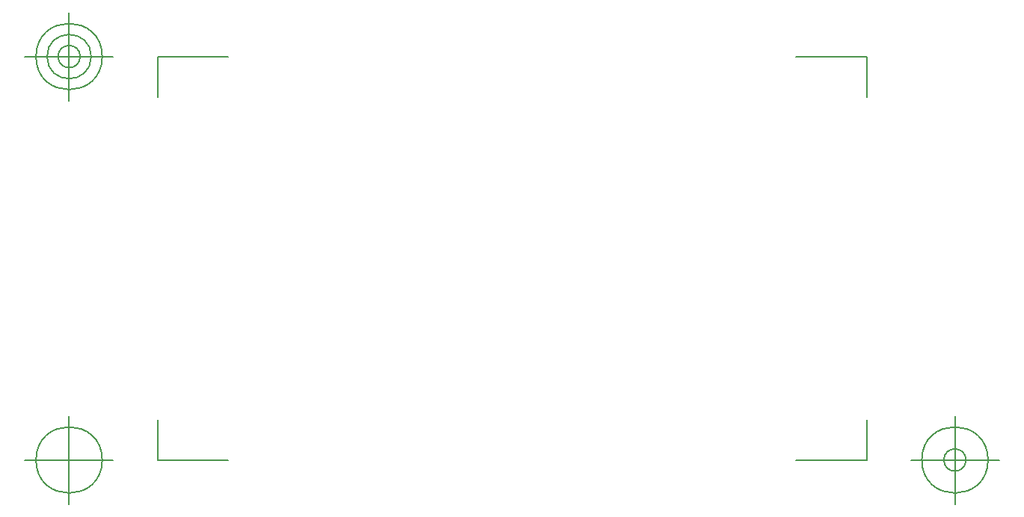
<source format=gbr>
G04 Generated by Ultiboard 14.1 *
%FSLAX34Y34*%
%MOMM*%

%ADD10C,0.0001*%
%ADD11C,0.1270*%


G04 ColorRGB FF14FF for the following layer *
%LNSilkscreen Bottom*%
%LPD*%
G54D10*
G54D11*
X-63500Y175260D02*
X-63500Y220980D01*
X-63500Y175260D02*
X16764Y175260D01*
X739144Y175260D02*
X658880Y175260D01*
X739144Y175260D02*
X739144Y220980D01*
X739144Y632460D02*
X739144Y586740D01*
X739144Y632460D02*
X658880Y632460D01*
X-63500Y632460D02*
X16764Y632460D01*
X-63500Y632460D02*
X-63500Y586740D01*
X-113500Y175260D02*
X-213500Y175260D01*
X-163500Y125260D02*
X-163500Y225260D01*
X-201000Y175260D02*
G75*
D01*
G02X-201000Y175260I37500J0*
G01*
X789144Y175260D02*
X889144Y175260D01*
X839144Y125260D02*
X839144Y225260D01*
X801644Y175260D02*
G75*
D01*
G02X801644Y175260I37500J0*
G01*
X826644Y175260D02*
G75*
D01*
G02X826644Y175260I12500J0*
G01*
X-113500Y632460D02*
X-213500Y632460D01*
X-163500Y582460D02*
X-163500Y682460D01*
X-201000Y632460D02*
G75*
D01*
G02X-201000Y632460I37500J0*
G01*
X-188500Y632460D02*
G75*
D01*
G02X-188500Y632460I25000J0*
G01*
X-176000Y632460D02*
G75*
D01*
G02X-176000Y632460I12500J0*
G01*

M02*

</source>
